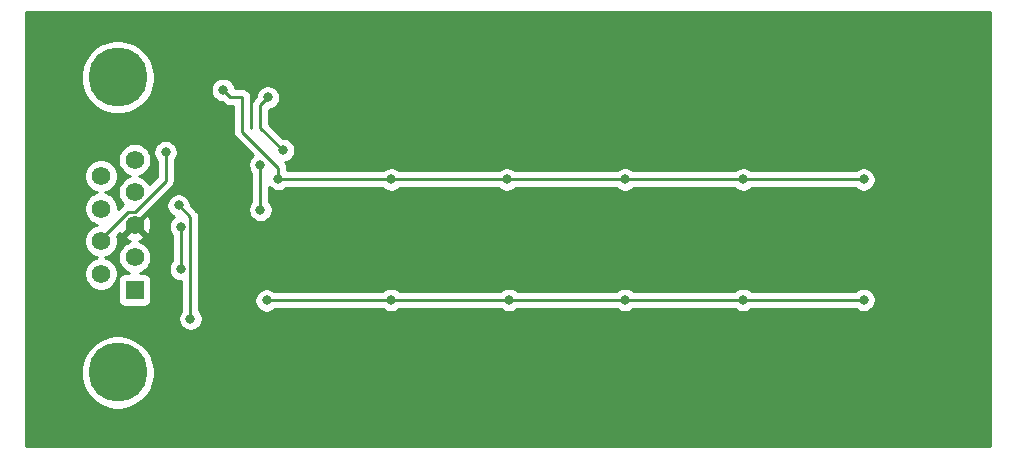
<source format=gbr>
%TF.GenerationSoftware,KiCad,Pcbnew,(5.1.10)-1*%
%TF.CreationDate,2022-05-16T12:08:25-06:00*%
%TF.ProjectId,Swapper01,53776170-7065-4723-9031-2e6b69636164,rev?*%
%TF.SameCoordinates,Original*%
%TF.FileFunction,Copper,L2,Bot*%
%TF.FilePolarity,Positive*%
%FSLAX46Y46*%
G04 Gerber Fmt 4.6, Leading zero omitted, Abs format (unit mm)*
G04 Created by KiCad (PCBNEW (5.1.10)-1) date 2022-05-16 12:08:25*
%MOMM*%
%LPD*%
G01*
G04 APERTURE LIST*
%TA.AperFunction,ComponentPad*%
%ADD10C,5.000000*%
%TD*%
%TA.AperFunction,ComponentPad*%
%ADD11C,1.575000*%
%TD*%
%TA.AperFunction,ComponentPad*%
%ADD12R,1.575000X1.575000*%
%TD*%
%TA.AperFunction,ViaPad*%
%ADD13C,0.800000*%
%TD*%
%TA.AperFunction,Conductor*%
%ADD14C,0.250000*%
%TD*%
%TA.AperFunction,Conductor*%
%ADD15C,0.254000*%
%TD*%
%TA.AperFunction,Conductor*%
%ADD16C,0.100000*%
%TD*%
G04 APERTURE END LIST*
D10*
%TO.P,J1,0*%
%TO.N,N/C*%
X-2540000Y-6150000D03*
D11*
%TO.P,J1,9*%
%TO.N,/V-_2*%
X-3960000Y10490000D03*
%TO.P,J1,8*%
%TO.N,/V+_2*%
X-3960000Y7730000D03*
%TO.P,J1,7*%
%TO.N,/V-*%
X-3960000Y4970000D03*
%TO.P,J1,6*%
%TO.N,/V+*%
X-3960000Y2210000D03*
%TO.P,J1,5*%
%TO.N,/I-_2*%
X-1120000Y11870000D03*
%TO.P,J1,4*%
%TO.N,/I+_2*%
X-1120000Y9110000D03*
%TO.P,J1,2*%
%TO.N,/I-*%
X-1120000Y3590000D03*
D12*
%TO.P,J1,1*%
%TO.N,/I+*%
X-1120000Y830000D03*
D10*
%TO.P,J1,0*%
%TO.N,N/C*%
X-2540000Y18850000D03*
D11*
%TO.P,J1,3*%
%TO.N,GNDS*%
X-1120000Y6350000D03*
%TD*%
D13*
%TO.N,/I-*%
X2800000Y2600000D03*
X2800000Y6200000D03*
%TO.N,/V-*%
X1500000Y12500000D03*
%TO.N,/V+_2*%
X2600000Y8000000D03*
X3600000Y-1600000D03*
%TO.N,/I_in*%
X20600000Y0D03*
X30600000Y0D03*
X40400000Y0D03*
X50400000Y0D03*
X60600000Y0D03*
X10050000Y-50000D03*
X9525000Y7620000D03*
X9525000Y11430000D03*
X11430000Y12675000D03*
X10160000Y17145000D03*
%TO.N,/I_out*%
X60600000Y10200000D03*
X50400000Y10200000D03*
X40400000Y10200000D03*
X30400000Y10200000D03*
X20600000Y10200000D03*
X11050000Y10250000D03*
X6350000Y17780000D03*
%TD*%
D14*
%TO.N,/I-*%
X2800000Y2600000D02*
X2800000Y6200000D01*
%TO.N,/V-*%
X-3960000Y5156502D02*
X-3960000Y4970000D01*
X-1654001Y7462501D02*
X-3960000Y5156502D01*
X-1120997Y7462501D02*
X-1654001Y7462501D01*
X1500000Y10083498D02*
X-1120997Y7462501D01*
X1500000Y12500000D02*
X1500000Y10083498D01*
%TO.N,/V+_2*%
X3600000Y7000000D02*
X3600000Y-1600000D01*
X2600000Y8000000D02*
X3600000Y7000000D01*
%TO.N,/I_in*%
X20550000Y-50000D02*
X20600000Y0D01*
X10050000Y-50000D02*
X20550000Y-50000D01*
X20600000Y0D02*
X30600000Y0D01*
X30600000Y0D02*
X40400000Y0D01*
X40400000Y0D02*
X50400000Y0D01*
X50400000Y0D02*
X60600000Y0D01*
X9525000Y7620000D02*
X9525000Y11430000D01*
X11430000Y12675000D02*
X9525000Y14580000D01*
X9525000Y16510000D02*
X10160000Y17145000D01*
X9525000Y14580000D02*
X9525000Y16510000D01*
%TO.N,/I_out*%
X60600000Y10200000D02*
X50400000Y10200000D01*
X50400000Y10200000D02*
X40400000Y10200000D01*
X40400000Y10200000D02*
X30400000Y10200000D01*
X20600000Y10200000D02*
X30400000Y10200000D01*
X11100000Y10200000D02*
X11050000Y10250000D01*
X20600000Y10200000D02*
X11100000Y10200000D01*
X11050000Y10250000D02*
X11050000Y11175000D01*
X8000001Y14224999D02*
X8000001Y17145000D01*
X11050000Y11175000D02*
X8000001Y14224999D01*
X8000001Y17145000D02*
X6985000Y17145000D01*
X6985000Y17145000D02*
X6350000Y17780000D01*
%TD*%
D15*
%TO.N,GNDS*%
X71340001Y-12340000D02*
X-10340000Y-12340000D01*
X-10340000Y-5841229D01*
X-5675000Y-5841229D01*
X-5675000Y-6458771D01*
X-5554524Y-7064446D01*
X-5318201Y-7634979D01*
X-4975114Y-8148446D01*
X-4538446Y-8585114D01*
X-4024979Y-8928201D01*
X-3454446Y-9164524D01*
X-2848771Y-9285000D01*
X-2231229Y-9285000D01*
X-1625554Y-9164524D01*
X-1055021Y-8928201D01*
X-541554Y-8585114D01*
X-104886Y-8148446D01*
X238201Y-7634979D01*
X474524Y-7064446D01*
X595000Y-6458771D01*
X595000Y-5841229D01*
X474524Y-5235554D01*
X238201Y-4665021D01*
X-104886Y-4151554D01*
X-541554Y-3714886D01*
X-1055021Y-3371799D01*
X-1625554Y-3135476D01*
X-2231229Y-3015000D01*
X-2848771Y-3015000D01*
X-3454446Y-3135476D01*
X-4024979Y-3371799D01*
X-4538446Y-3714886D01*
X-4975114Y-4151554D01*
X-5318201Y-4665021D01*
X-5554524Y-5235554D01*
X-5675000Y-5841229D01*
X-10340000Y-5841229D01*
X-10340000Y10630104D01*
X-5382500Y10630104D01*
X-5382500Y10349896D01*
X-5327834Y10075072D01*
X-5220603Y9816194D01*
X-5064928Y9583209D01*
X-4866791Y9385072D01*
X-4633806Y9229397D01*
X-4374928Y9122166D01*
X-4313766Y9110000D01*
X-4374928Y9097834D01*
X-4633806Y8990603D01*
X-4866791Y8834928D01*
X-5064928Y8636791D01*
X-5220603Y8403806D01*
X-5327834Y8144928D01*
X-5382500Y7870104D01*
X-5382500Y7589896D01*
X-5327834Y7315072D01*
X-5220603Y7056194D01*
X-5064928Y6823209D01*
X-4866791Y6625072D01*
X-4633806Y6469397D01*
X-4374928Y6362166D01*
X-4313766Y6350000D01*
X-4374928Y6337834D01*
X-4633806Y6230603D01*
X-4866791Y6074928D01*
X-5064928Y5876791D01*
X-5220603Y5643806D01*
X-5327834Y5384928D01*
X-5382500Y5110104D01*
X-5382500Y4829896D01*
X-5327834Y4555072D01*
X-5220603Y4296194D01*
X-5064928Y4063209D01*
X-4866791Y3865072D01*
X-4633806Y3709397D01*
X-4374928Y3602166D01*
X-4313766Y3590000D01*
X-4374928Y3577834D01*
X-4633806Y3470603D01*
X-4866791Y3314928D01*
X-5064928Y3116791D01*
X-5220603Y2883806D01*
X-5327834Y2624928D01*
X-5382500Y2350104D01*
X-5382500Y2069896D01*
X-5327834Y1795072D01*
X-5220603Y1536194D01*
X-5064928Y1303209D01*
X-4866791Y1105072D01*
X-4633806Y949397D01*
X-4374928Y842166D01*
X-4100104Y787500D01*
X-3819896Y787500D01*
X-3545072Y842166D01*
X-3286194Y949397D01*
X-3053209Y1105072D01*
X-2855072Y1303209D01*
X-2699397Y1536194D01*
X-2665719Y1617500D01*
X-2545572Y1617500D01*
X-2545572Y42500D01*
X-2533312Y-81982D01*
X-2497002Y-201680D01*
X-2438037Y-311994D01*
X-2358685Y-408685D01*
X-2261994Y-488037D01*
X-2151680Y-547002D01*
X-2031982Y-583312D01*
X-1907500Y-595572D01*
X-332500Y-595572D01*
X-208018Y-583312D01*
X-88320Y-547002D01*
X21994Y-488037D01*
X118685Y-408685D01*
X198037Y-311994D01*
X257002Y-201680D01*
X293312Y-81982D01*
X305572Y42500D01*
X305572Y1617500D01*
X293312Y1741982D01*
X257002Y1861680D01*
X198037Y1971994D01*
X118685Y2068685D01*
X21994Y2148037D01*
X-88320Y2207002D01*
X-208018Y2243312D01*
X-332500Y2255572D01*
X-624423Y2255572D01*
X-446194Y2329397D01*
X-213209Y2485072D01*
X-15072Y2683209D01*
X140603Y2916194D01*
X247834Y3175072D01*
X302500Y3449896D01*
X302500Y3730104D01*
X247834Y4004928D01*
X140603Y4263806D01*
X-15072Y4496791D01*
X-213209Y4694928D01*
X-446194Y4850603D01*
X-705072Y4957834D01*
X-758478Y4968457D01*
X-508072Y5058226D01*
X-385898Y5123530D01*
X-315829Y5366224D01*
X-1120000Y6170395D01*
X-1924171Y5366224D01*
X-1854102Y5123530D01*
X-1600724Y5003879D01*
X-1468952Y4970957D01*
X-1534928Y4957834D01*
X-1793806Y4850603D01*
X-2026791Y4694928D01*
X-2224928Y4496791D01*
X-2380603Y4263806D01*
X-2487834Y4004928D01*
X-2542500Y3730104D01*
X-2542500Y3449896D01*
X-2487834Y3175072D01*
X-2380603Y2916194D01*
X-2224928Y2683209D01*
X-2026791Y2485072D01*
X-1793806Y2329397D01*
X-1615577Y2255572D01*
X-1907500Y2255572D01*
X-2031982Y2243312D01*
X-2151680Y2207002D01*
X-2261994Y2148037D01*
X-2358685Y2068685D01*
X-2438037Y1971994D01*
X-2497002Y1861680D01*
X-2533312Y1741982D01*
X-2545572Y1617500D01*
X-2665719Y1617500D01*
X-2592166Y1795072D01*
X-2537500Y2069896D01*
X-2537500Y2350104D01*
X-2592166Y2624928D01*
X-2699397Y2883806D01*
X-2855072Y3116791D01*
X-3053209Y3314928D01*
X-3286194Y3470603D01*
X-3545072Y3577834D01*
X-3606234Y3590000D01*
X-3545072Y3602166D01*
X-3286194Y3709397D01*
X-3053209Y3865072D01*
X-2855072Y4063209D01*
X-2699397Y4296194D01*
X-2592166Y4555072D01*
X-2537500Y4829896D01*
X-2537500Y5110104D01*
X-2592166Y5384928D01*
X-2611089Y5430612D01*
X-2374104Y5667597D01*
X-2346470Y5615898D01*
X-2103776Y5545829D01*
X-1299605Y6350000D01*
X-940395Y6350000D01*
X-136224Y5545829D01*
X106470Y5615898D01*
X226121Y5869276D01*
X294040Y6141128D01*
X307619Y6421008D01*
X266334Y6698157D01*
X171774Y6961928D01*
X106470Y7084102D01*
X-136224Y7154171D01*
X-940395Y6350000D01*
X-1299605Y6350000D01*
X-1313748Y6364143D01*
X-1134143Y6543748D01*
X-1120000Y6529605D01*
X-920474Y6729131D01*
X-828750Y6756955D01*
X-696721Y6827527D01*
X-580996Y6922500D01*
X-557193Y6951504D01*
X593242Y8101939D01*
X1565000Y8101939D01*
X1565000Y7898061D01*
X1604774Y7698102D01*
X1682795Y7509744D01*
X1796063Y7340226D01*
X1940226Y7196063D01*
X2109744Y7082795D01*
X2201416Y7044823D01*
X2140226Y7003937D01*
X1996063Y6859774D01*
X1882795Y6690256D01*
X1804774Y6501898D01*
X1765000Y6301939D01*
X1765000Y6098061D01*
X1804774Y5898102D01*
X1882795Y5709744D01*
X1996063Y5540226D01*
X2040001Y5496288D01*
X2040000Y3303711D01*
X1996063Y3259774D01*
X1882795Y3090256D01*
X1804774Y2901898D01*
X1765000Y2701939D01*
X1765000Y2498061D01*
X1804774Y2298102D01*
X1882795Y2109744D01*
X1996063Y1940226D01*
X2140226Y1796063D01*
X2309744Y1682795D01*
X2498102Y1604774D01*
X2698061Y1565000D01*
X2840001Y1565000D01*
X2840001Y-896288D01*
X2796063Y-940226D01*
X2682795Y-1109744D01*
X2604774Y-1298102D01*
X2565000Y-1498061D01*
X2565000Y-1701939D01*
X2604774Y-1901898D01*
X2682795Y-2090256D01*
X2796063Y-2259774D01*
X2940226Y-2403937D01*
X3109744Y-2517205D01*
X3298102Y-2595226D01*
X3498061Y-2635000D01*
X3701939Y-2635000D01*
X3901898Y-2595226D01*
X4090256Y-2517205D01*
X4259774Y-2403937D01*
X4403937Y-2259774D01*
X4517205Y-2090256D01*
X4595226Y-1901898D01*
X4635000Y-1701939D01*
X4635000Y-1498061D01*
X4595226Y-1298102D01*
X4517205Y-1109744D01*
X4403937Y-940226D01*
X4360000Y-896289D01*
X4360000Y51939D01*
X9015000Y51939D01*
X9015000Y-151939D01*
X9054774Y-351898D01*
X9132795Y-540256D01*
X9246063Y-709774D01*
X9390226Y-853937D01*
X9559744Y-967205D01*
X9748102Y-1045226D01*
X9948061Y-1085000D01*
X10151939Y-1085000D01*
X10351898Y-1045226D01*
X10540256Y-967205D01*
X10709774Y-853937D01*
X10753711Y-810000D01*
X19949300Y-810000D01*
X20109744Y-917205D01*
X20298102Y-995226D01*
X20498061Y-1035000D01*
X20701939Y-1035000D01*
X20901898Y-995226D01*
X21090256Y-917205D01*
X21259774Y-803937D01*
X21303711Y-760000D01*
X29896289Y-760000D01*
X29940226Y-803937D01*
X30109744Y-917205D01*
X30298102Y-995226D01*
X30498061Y-1035000D01*
X30701939Y-1035000D01*
X30901898Y-995226D01*
X31090256Y-917205D01*
X31259774Y-803937D01*
X31303711Y-760000D01*
X39696289Y-760000D01*
X39740226Y-803937D01*
X39909744Y-917205D01*
X40098102Y-995226D01*
X40298061Y-1035000D01*
X40501939Y-1035000D01*
X40701898Y-995226D01*
X40890256Y-917205D01*
X41059774Y-803937D01*
X41103711Y-760000D01*
X49696289Y-760000D01*
X49740226Y-803937D01*
X49909744Y-917205D01*
X50098102Y-995226D01*
X50298061Y-1035000D01*
X50501939Y-1035000D01*
X50701898Y-995226D01*
X50890256Y-917205D01*
X51059774Y-803937D01*
X51103711Y-760000D01*
X59896289Y-760000D01*
X59940226Y-803937D01*
X60109744Y-917205D01*
X60298102Y-995226D01*
X60498061Y-1035000D01*
X60701939Y-1035000D01*
X60901898Y-995226D01*
X61090256Y-917205D01*
X61259774Y-803937D01*
X61403937Y-659774D01*
X61517205Y-490256D01*
X61595226Y-301898D01*
X61635000Y-101939D01*
X61635000Y101939D01*
X61595226Y301898D01*
X61517205Y490256D01*
X61403937Y659774D01*
X61259774Y803937D01*
X61090256Y917205D01*
X60901898Y995226D01*
X60701939Y1035000D01*
X60498061Y1035000D01*
X60298102Y995226D01*
X60109744Y917205D01*
X59940226Y803937D01*
X59896289Y760000D01*
X51103711Y760000D01*
X51059774Y803937D01*
X50890256Y917205D01*
X50701898Y995226D01*
X50501939Y1035000D01*
X50298061Y1035000D01*
X50098102Y995226D01*
X49909744Y917205D01*
X49740226Y803937D01*
X49696289Y760000D01*
X41103711Y760000D01*
X41059774Y803937D01*
X40890256Y917205D01*
X40701898Y995226D01*
X40501939Y1035000D01*
X40298061Y1035000D01*
X40098102Y995226D01*
X39909744Y917205D01*
X39740226Y803937D01*
X39696289Y760000D01*
X31303711Y760000D01*
X31259774Y803937D01*
X31090256Y917205D01*
X30901898Y995226D01*
X30701939Y1035000D01*
X30498061Y1035000D01*
X30298102Y995226D01*
X30109744Y917205D01*
X29940226Y803937D01*
X29896289Y760000D01*
X21303711Y760000D01*
X21259774Y803937D01*
X21090256Y917205D01*
X20901898Y995226D01*
X20701939Y1035000D01*
X20498061Y1035000D01*
X20298102Y995226D01*
X20109744Y917205D01*
X19940226Y803937D01*
X19846289Y710000D01*
X10753711Y710000D01*
X10709774Y753937D01*
X10540256Y867205D01*
X10351898Y945226D01*
X10151939Y985000D01*
X9948061Y985000D01*
X9748102Y945226D01*
X9559744Y867205D01*
X9390226Y753937D01*
X9246063Y609774D01*
X9132795Y440256D01*
X9054774Y251898D01*
X9015000Y51939D01*
X4360000Y51939D01*
X4360000Y6962667D01*
X4363677Y7000000D01*
X4349003Y7148986D01*
X4305546Y7292247D01*
X4234974Y7424276D01*
X4163799Y7511003D01*
X4140001Y7540001D01*
X4111004Y7563798D01*
X3635000Y8039801D01*
X3635000Y8101939D01*
X3595226Y8301898D01*
X3517205Y8490256D01*
X3403937Y8659774D01*
X3259774Y8803937D01*
X3090256Y8917205D01*
X2901898Y8995226D01*
X2701939Y9035000D01*
X2498061Y9035000D01*
X2298102Y8995226D01*
X2109744Y8917205D01*
X1940226Y8803937D01*
X1796063Y8659774D01*
X1682795Y8490256D01*
X1604774Y8301898D01*
X1565000Y8101939D01*
X593242Y8101939D01*
X2011003Y9519699D01*
X2040001Y9543497D01*
X2134974Y9659222D01*
X2205546Y9791251D01*
X2249003Y9934512D01*
X2260000Y10046165D01*
X2263677Y10083498D01*
X2260000Y10120831D01*
X2260000Y11796289D01*
X2303937Y11840226D01*
X2417205Y12009744D01*
X2495226Y12198102D01*
X2535000Y12398061D01*
X2535000Y12601939D01*
X2495226Y12801898D01*
X2417205Y12990256D01*
X2303937Y13159774D01*
X2159774Y13303937D01*
X1990256Y13417205D01*
X1801898Y13495226D01*
X1601939Y13535000D01*
X1398061Y13535000D01*
X1198102Y13495226D01*
X1009744Y13417205D01*
X840226Y13303937D01*
X696063Y13159774D01*
X582795Y12990256D01*
X504774Y12801898D01*
X465000Y12601939D01*
X465000Y12398061D01*
X504774Y12198102D01*
X582795Y12009744D01*
X696063Y11840226D01*
X740000Y11796289D01*
X740001Y10398301D01*
X134556Y9792856D01*
X-15072Y10016791D01*
X-213209Y10214928D01*
X-446194Y10370603D01*
X-705072Y10477834D01*
X-766234Y10490000D01*
X-705072Y10502166D01*
X-446194Y10609397D01*
X-213209Y10765072D01*
X-15072Y10963209D01*
X140603Y11196194D01*
X247834Y11455072D01*
X302500Y11729896D01*
X302500Y12010104D01*
X247834Y12284928D01*
X140603Y12543806D01*
X-15072Y12776791D01*
X-213209Y12974928D01*
X-446194Y13130603D01*
X-705072Y13237834D01*
X-979896Y13292500D01*
X-1260104Y13292500D01*
X-1534928Y13237834D01*
X-1793806Y13130603D01*
X-2026791Y12974928D01*
X-2224928Y12776791D01*
X-2380603Y12543806D01*
X-2487834Y12284928D01*
X-2542500Y12010104D01*
X-2542500Y11729896D01*
X-2487834Y11455072D01*
X-2380603Y11196194D01*
X-2224928Y10963209D01*
X-2026791Y10765072D01*
X-1793806Y10609397D01*
X-1534928Y10502166D01*
X-1473766Y10490000D01*
X-1534928Y10477834D01*
X-1793806Y10370603D01*
X-2026791Y10214928D01*
X-2224928Y10016791D01*
X-2380603Y9783806D01*
X-2487834Y9524928D01*
X-2542500Y9250104D01*
X-2542500Y8969896D01*
X-2487834Y8695072D01*
X-2380603Y8436194D01*
X-2224928Y8203209D01*
X-2100751Y8079032D01*
X-2161918Y8028833D01*
X-2194002Y8002502D01*
X-2217800Y7973504D01*
X-2537500Y7653804D01*
X-2537500Y7870104D01*
X-2592166Y8144928D01*
X-2699397Y8403806D01*
X-2855072Y8636791D01*
X-3053209Y8834928D01*
X-3286194Y8990603D01*
X-3545072Y9097834D01*
X-3606234Y9110000D01*
X-3545072Y9122166D01*
X-3286194Y9229397D01*
X-3053209Y9385072D01*
X-2855072Y9583209D01*
X-2699397Y9816194D01*
X-2592166Y10075072D01*
X-2537500Y10349896D01*
X-2537500Y10630104D01*
X-2592166Y10904928D01*
X-2699397Y11163806D01*
X-2855072Y11396791D01*
X-3053209Y11594928D01*
X-3286194Y11750603D01*
X-3545072Y11857834D01*
X-3819896Y11912500D01*
X-4100104Y11912500D01*
X-4374928Y11857834D01*
X-4633806Y11750603D01*
X-4866791Y11594928D01*
X-5064928Y11396791D01*
X-5220603Y11163806D01*
X-5327834Y10904928D01*
X-5382500Y10630104D01*
X-10340000Y10630104D01*
X-10340000Y19158771D01*
X-5675000Y19158771D01*
X-5675000Y18541229D01*
X-5554524Y17935554D01*
X-5318201Y17365021D01*
X-4975114Y16851554D01*
X-4538446Y16414886D01*
X-4024979Y16071799D01*
X-3454446Y15835476D01*
X-2848771Y15715000D01*
X-2231229Y15715000D01*
X-1625554Y15835476D01*
X-1055021Y16071799D01*
X-541554Y16414886D01*
X-104886Y16851554D01*
X238201Y17365021D01*
X452315Y17881939D01*
X5315000Y17881939D01*
X5315000Y17678061D01*
X5354774Y17478102D01*
X5432795Y17289744D01*
X5546063Y17120226D01*
X5690226Y16976063D01*
X5859744Y16862795D01*
X6048102Y16784774D01*
X6248061Y16745000D01*
X6310198Y16745000D01*
X6421200Y16633998D01*
X6444999Y16604999D01*
X6473997Y16581201D01*
X6560724Y16510026D01*
X6692753Y16439454D01*
X6836014Y16395997D01*
X6985000Y16381323D01*
X7022333Y16385000D01*
X7240002Y16385000D01*
X7240001Y14262322D01*
X7236325Y14224999D01*
X7240001Y14187677D01*
X7240001Y14187667D01*
X7250998Y14076014D01*
X7290732Y13945026D01*
X7294455Y13932753D01*
X7365027Y13800723D01*
X7404872Y13752173D01*
X7460000Y13684998D01*
X7489004Y13661195D01*
X8895820Y12254379D01*
X8865226Y12233937D01*
X8721063Y12089774D01*
X8607795Y11920256D01*
X8529774Y11731898D01*
X8490000Y11531939D01*
X8490000Y11328061D01*
X8529774Y11128102D01*
X8607795Y10939744D01*
X8721063Y10770226D01*
X8765001Y10726288D01*
X8765000Y8323711D01*
X8721063Y8279774D01*
X8607795Y8110256D01*
X8529774Y7921898D01*
X8490000Y7721939D01*
X8490000Y7518061D01*
X8529774Y7318102D01*
X8607795Y7129744D01*
X8721063Y6960226D01*
X8865226Y6816063D01*
X9034744Y6702795D01*
X9223102Y6624774D01*
X9423061Y6585000D01*
X9626939Y6585000D01*
X9826898Y6624774D01*
X10015256Y6702795D01*
X10184774Y6816063D01*
X10328937Y6960226D01*
X10442205Y7129744D01*
X10520226Y7318102D01*
X10560000Y7518061D01*
X10560000Y7721939D01*
X10520226Y7921898D01*
X10442205Y8110256D01*
X10328937Y8279774D01*
X10285000Y8323711D01*
X10285000Y9551289D01*
X10390226Y9446063D01*
X10559744Y9332795D01*
X10748102Y9254774D01*
X10948061Y9215000D01*
X11151939Y9215000D01*
X11351898Y9254774D01*
X11540256Y9332795D01*
X11700700Y9440000D01*
X19896289Y9440000D01*
X19940226Y9396063D01*
X20109744Y9282795D01*
X20298102Y9204774D01*
X20498061Y9165000D01*
X20701939Y9165000D01*
X20901898Y9204774D01*
X21090256Y9282795D01*
X21259774Y9396063D01*
X21303711Y9440000D01*
X29696289Y9440000D01*
X29740226Y9396063D01*
X29909744Y9282795D01*
X30098102Y9204774D01*
X30298061Y9165000D01*
X30501939Y9165000D01*
X30701898Y9204774D01*
X30890256Y9282795D01*
X31059774Y9396063D01*
X31103711Y9440000D01*
X39696289Y9440000D01*
X39740226Y9396063D01*
X39909744Y9282795D01*
X40098102Y9204774D01*
X40298061Y9165000D01*
X40501939Y9165000D01*
X40701898Y9204774D01*
X40890256Y9282795D01*
X41059774Y9396063D01*
X41103711Y9440000D01*
X49696289Y9440000D01*
X49740226Y9396063D01*
X49909744Y9282795D01*
X50098102Y9204774D01*
X50298061Y9165000D01*
X50501939Y9165000D01*
X50701898Y9204774D01*
X50890256Y9282795D01*
X51059774Y9396063D01*
X51103711Y9440000D01*
X59896289Y9440000D01*
X59940226Y9396063D01*
X60109744Y9282795D01*
X60298102Y9204774D01*
X60498061Y9165000D01*
X60701939Y9165000D01*
X60901898Y9204774D01*
X61090256Y9282795D01*
X61259774Y9396063D01*
X61403937Y9540226D01*
X61517205Y9709744D01*
X61595226Y9898102D01*
X61635000Y10098061D01*
X61635000Y10301939D01*
X61595226Y10501898D01*
X61517205Y10690256D01*
X61403937Y10859774D01*
X61259774Y11003937D01*
X61090256Y11117205D01*
X60901898Y11195226D01*
X60701939Y11235000D01*
X60498061Y11235000D01*
X60298102Y11195226D01*
X60109744Y11117205D01*
X59940226Y11003937D01*
X59896289Y10960000D01*
X51103711Y10960000D01*
X51059774Y11003937D01*
X50890256Y11117205D01*
X50701898Y11195226D01*
X50501939Y11235000D01*
X50298061Y11235000D01*
X50098102Y11195226D01*
X49909744Y11117205D01*
X49740226Y11003937D01*
X49696289Y10960000D01*
X41103711Y10960000D01*
X41059774Y11003937D01*
X40890256Y11117205D01*
X40701898Y11195226D01*
X40501939Y11235000D01*
X40298061Y11235000D01*
X40098102Y11195226D01*
X39909744Y11117205D01*
X39740226Y11003937D01*
X39696289Y10960000D01*
X31103711Y10960000D01*
X31059774Y11003937D01*
X30890256Y11117205D01*
X30701898Y11195226D01*
X30501939Y11235000D01*
X30298061Y11235000D01*
X30098102Y11195226D01*
X29909744Y11117205D01*
X29740226Y11003937D01*
X29696289Y10960000D01*
X21303711Y10960000D01*
X21259774Y11003937D01*
X21090256Y11117205D01*
X20901898Y11195226D01*
X20701939Y11235000D01*
X20498061Y11235000D01*
X20298102Y11195226D01*
X20109744Y11117205D01*
X19940226Y11003937D01*
X19896289Y10960000D01*
X11810000Y10960000D01*
X11810000Y11137677D01*
X11813676Y11175000D01*
X11810000Y11212323D01*
X11810000Y11212333D01*
X11799003Y11323986D01*
X11755546Y11467247D01*
X11720967Y11531939D01*
X11684974Y11599277D01*
X11634767Y11660454D01*
X11731898Y11679774D01*
X11920256Y11757795D01*
X12089774Y11871063D01*
X12233937Y12015226D01*
X12347205Y12184744D01*
X12425226Y12373102D01*
X12465000Y12573061D01*
X12465000Y12776939D01*
X12425226Y12976898D01*
X12347205Y13165256D01*
X12233937Y13334774D01*
X12089774Y13478937D01*
X11920256Y13592205D01*
X11731898Y13670226D01*
X11531939Y13710000D01*
X11469802Y13710000D01*
X10285000Y14894801D01*
X10285000Y16114587D01*
X10461898Y16149774D01*
X10650256Y16227795D01*
X10819774Y16341063D01*
X10963937Y16485226D01*
X11077205Y16654744D01*
X11155226Y16843102D01*
X11195000Y17043061D01*
X11195000Y17246939D01*
X11155226Y17446898D01*
X11077205Y17635256D01*
X10963937Y17804774D01*
X10819774Y17948937D01*
X10650256Y18062205D01*
X10461898Y18140226D01*
X10261939Y18180000D01*
X10058061Y18180000D01*
X9858102Y18140226D01*
X9669744Y18062205D01*
X9500226Y17948937D01*
X9356063Y17804774D01*
X9242795Y17635256D01*
X9164774Y17446898D01*
X9125000Y17246939D01*
X9125000Y17184801D01*
X9013998Y17073799D01*
X8985000Y17050001D01*
X8961202Y17021003D01*
X8961201Y17021002D01*
X8890026Y16934276D01*
X8819454Y16802246D01*
X8775998Y16658985D01*
X8761324Y16510000D01*
X8765001Y16472668D01*
X8765000Y14617323D01*
X8761324Y14580000D01*
X8765000Y14542678D01*
X8765000Y14542668D01*
X8765859Y14533942D01*
X8760001Y14539800D01*
X8760001Y17107667D01*
X8763678Y17145000D01*
X8749004Y17293986D01*
X8705547Y17437247D01*
X8634975Y17569276D01*
X8540002Y17685001D01*
X8424277Y17779974D01*
X8292248Y17850546D01*
X8148987Y17894003D01*
X8037334Y17905000D01*
X8000001Y17908677D01*
X7962668Y17905000D01*
X7380413Y17905000D01*
X7345226Y18081898D01*
X7267205Y18270256D01*
X7153937Y18439774D01*
X7009774Y18583937D01*
X6840256Y18697205D01*
X6651898Y18775226D01*
X6451939Y18815000D01*
X6248061Y18815000D01*
X6048102Y18775226D01*
X5859744Y18697205D01*
X5690226Y18583937D01*
X5546063Y18439774D01*
X5432795Y18270256D01*
X5354774Y18081898D01*
X5315000Y17881939D01*
X452315Y17881939D01*
X474524Y17935554D01*
X595000Y18541229D01*
X595000Y19158771D01*
X474524Y19764446D01*
X238201Y20334979D01*
X-104886Y20848446D01*
X-541554Y21285114D01*
X-1055021Y21628201D01*
X-1625554Y21864524D01*
X-2231229Y21985000D01*
X-2848771Y21985000D01*
X-3454446Y21864524D01*
X-4024979Y21628201D01*
X-4538446Y21285114D01*
X-4975114Y20848446D01*
X-5318201Y20334979D01*
X-5554524Y19764446D01*
X-5675000Y19158771D01*
X-10340000Y19158771D01*
X-10340000Y24340000D01*
X71340000Y24340000D01*
X71340001Y-12340000D01*
%TA.AperFunction,Conductor*%
D16*
G36*
X71340001Y-12340000D02*
G01*
X-10340000Y-12340000D01*
X-10340000Y-5841229D01*
X-5675000Y-5841229D01*
X-5675000Y-6458771D01*
X-5554524Y-7064446D01*
X-5318201Y-7634979D01*
X-4975114Y-8148446D01*
X-4538446Y-8585114D01*
X-4024979Y-8928201D01*
X-3454446Y-9164524D01*
X-2848771Y-9285000D01*
X-2231229Y-9285000D01*
X-1625554Y-9164524D01*
X-1055021Y-8928201D01*
X-541554Y-8585114D01*
X-104886Y-8148446D01*
X238201Y-7634979D01*
X474524Y-7064446D01*
X595000Y-6458771D01*
X595000Y-5841229D01*
X474524Y-5235554D01*
X238201Y-4665021D01*
X-104886Y-4151554D01*
X-541554Y-3714886D01*
X-1055021Y-3371799D01*
X-1625554Y-3135476D01*
X-2231229Y-3015000D01*
X-2848771Y-3015000D01*
X-3454446Y-3135476D01*
X-4024979Y-3371799D01*
X-4538446Y-3714886D01*
X-4975114Y-4151554D01*
X-5318201Y-4665021D01*
X-5554524Y-5235554D01*
X-5675000Y-5841229D01*
X-10340000Y-5841229D01*
X-10340000Y10630104D01*
X-5382500Y10630104D01*
X-5382500Y10349896D01*
X-5327834Y10075072D01*
X-5220603Y9816194D01*
X-5064928Y9583209D01*
X-4866791Y9385072D01*
X-4633806Y9229397D01*
X-4374928Y9122166D01*
X-4313766Y9110000D01*
X-4374928Y9097834D01*
X-4633806Y8990603D01*
X-4866791Y8834928D01*
X-5064928Y8636791D01*
X-5220603Y8403806D01*
X-5327834Y8144928D01*
X-5382500Y7870104D01*
X-5382500Y7589896D01*
X-5327834Y7315072D01*
X-5220603Y7056194D01*
X-5064928Y6823209D01*
X-4866791Y6625072D01*
X-4633806Y6469397D01*
X-4374928Y6362166D01*
X-4313766Y6350000D01*
X-4374928Y6337834D01*
X-4633806Y6230603D01*
X-4866791Y6074928D01*
X-5064928Y5876791D01*
X-5220603Y5643806D01*
X-5327834Y5384928D01*
X-5382500Y5110104D01*
X-5382500Y4829896D01*
X-5327834Y4555072D01*
X-5220603Y4296194D01*
X-5064928Y4063209D01*
X-4866791Y3865072D01*
X-4633806Y3709397D01*
X-4374928Y3602166D01*
X-4313766Y3590000D01*
X-4374928Y3577834D01*
X-4633806Y3470603D01*
X-4866791Y3314928D01*
X-5064928Y3116791D01*
X-5220603Y2883806D01*
X-5327834Y2624928D01*
X-5382500Y2350104D01*
X-5382500Y2069896D01*
X-5327834Y1795072D01*
X-5220603Y1536194D01*
X-5064928Y1303209D01*
X-4866791Y1105072D01*
X-4633806Y949397D01*
X-4374928Y842166D01*
X-4100104Y787500D01*
X-3819896Y787500D01*
X-3545072Y842166D01*
X-3286194Y949397D01*
X-3053209Y1105072D01*
X-2855072Y1303209D01*
X-2699397Y1536194D01*
X-2665719Y1617500D01*
X-2545572Y1617500D01*
X-2545572Y42500D01*
X-2533312Y-81982D01*
X-2497002Y-201680D01*
X-2438037Y-311994D01*
X-2358685Y-408685D01*
X-2261994Y-488037D01*
X-2151680Y-547002D01*
X-2031982Y-583312D01*
X-1907500Y-595572D01*
X-332500Y-595572D01*
X-208018Y-583312D01*
X-88320Y-547002D01*
X21994Y-488037D01*
X118685Y-408685D01*
X198037Y-311994D01*
X257002Y-201680D01*
X293312Y-81982D01*
X305572Y42500D01*
X305572Y1617500D01*
X293312Y1741982D01*
X257002Y1861680D01*
X198037Y1971994D01*
X118685Y2068685D01*
X21994Y2148037D01*
X-88320Y2207002D01*
X-208018Y2243312D01*
X-332500Y2255572D01*
X-624423Y2255572D01*
X-446194Y2329397D01*
X-213209Y2485072D01*
X-15072Y2683209D01*
X140603Y2916194D01*
X247834Y3175072D01*
X302500Y3449896D01*
X302500Y3730104D01*
X247834Y4004928D01*
X140603Y4263806D01*
X-15072Y4496791D01*
X-213209Y4694928D01*
X-446194Y4850603D01*
X-705072Y4957834D01*
X-758478Y4968457D01*
X-508072Y5058226D01*
X-385898Y5123530D01*
X-315829Y5366224D01*
X-1120000Y6170395D01*
X-1924171Y5366224D01*
X-1854102Y5123530D01*
X-1600724Y5003879D01*
X-1468952Y4970957D01*
X-1534928Y4957834D01*
X-1793806Y4850603D01*
X-2026791Y4694928D01*
X-2224928Y4496791D01*
X-2380603Y4263806D01*
X-2487834Y4004928D01*
X-2542500Y3730104D01*
X-2542500Y3449896D01*
X-2487834Y3175072D01*
X-2380603Y2916194D01*
X-2224928Y2683209D01*
X-2026791Y2485072D01*
X-1793806Y2329397D01*
X-1615577Y2255572D01*
X-1907500Y2255572D01*
X-2031982Y2243312D01*
X-2151680Y2207002D01*
X-2261994Y2148037D01*
X-2358685Y2068685D01*
X-2438037Y1971994D01*
X-2497002Y1861680D01*
X-2533312Y1741982D01*
X-2545572Y1617500D01*
X-2665719Y1617500D01*
X-2592166Y1795072D01*
X-2537500Y2069896D01*
X-2537500Y2350104D01*
X-2592166Y2624928D01*
X-2699397Y2883806D01*
X-2855072Y3116791D01*
X-3053209Y3314928D01*
X-3286194Y3470603D01*
X-3545072Y3577834D01*
X-3606234Y3590000D01*
X-3545072Y3602166D01*
X-3286194Y3709397D01*
X-3053209Y3865072D01*
X-2855072Y4063209D01*
X-2699397Y4296194D01*
X-2592166Y4555072D01*
X-2537500Y4829896D01*
X-2537500Y5110104D01*
X-2592166Y5384928D01*
X-2611089Y5430612D01*
X-2374104Y5667597D01*
X-2346470Y5615898D01*
X-2103776Y5545829D01*
X-1299605Y6350000D01*
X-940395Y6350000D01*
X-136224Y5545829D01*
X106470Y5615898D01*
X226121Y5869276D01*
X294040Y6141128D01*
X307619Y6421008D01*
X266334Y6698157D01*
X171774Y6961928D01*
X106470Y7084102D01*
X-136224Y7154171D01*
X-940395Y6350000D01*
X-1299605Y6350000D01*
X-1313748Y6364143D01*
X-1134143Y6543748D01*
X-1120000Y6529605D01*
X-920474Y6729131D01*
X-828750Y6756955D01*
X-696721Y6827527D01*
X-580996Y6922500D01*
X-557193Y6951504D01*
X593242Y8101939D01*
X1565000Y8101939D01*
X1565000Y7898061D01*
X1604774Y7698102D01*
X1682795Y7509744D01*
X1796063Y7340226D01*
X1940226Y7196063D01*
X2109744Y7082795D01*
X2201416Y7044823D01*
X2140226Y7003937D01*
X1996063Y6859774D01*
X1882795Y6690256D01*
X1804774Y6501898D01*
X1765000Y6301939D01*
X1765000Y6098061D01*
X1804774Y5898102D01*
X1882795Y5709744D01*
X1996063Y5540226D01*
X2040001Y5496288D01*
X2040000Y3303711D01*
X1996063Y3259774D01*
X1882795Y3090256D01*
X1804774Y2901898D01*
X1765000Y2701939D01*
X1765000Y2498061D01*
X1804774Y2298102D01*
X1882795Y2109744D01*
X1996063Y1940226D01*
X2140226Y1796063D01*
X2309744Y1682795D01*
X2498102Y1604774D01*
X2698061Y1565000D01*
X2840001Y1565000D01*
X2840001Y-896288D01*
X2796063Y-940226D01*
X2682795Y-1109744D01*
X2604774Y-1298102D01*
X2565000Y-1498061D01*
X2565000Y-1701939D01*
X2604774Y-1901898D01*
X2682795Y-2090256D01*
X2796063Y-2259774D01*
X2940226Y-2403937D01*
X3109744Y-2517205D01*
X3298102Y-2595226D01*
X3498061Y-2635000D01*
X3701939Y-2635000D01*
X3901898Y-2595226D01*
X4090256Y-2517205D01*
X4259774Y-2403937D01*
X4403937Y-2259774D01*
X4517205Y-2090256D01*
X4595226Y-1901898D01*
X4635000Y-1701939D01*
X4635000Y-1498061D01*
X4595226Y-1298102D01*
X4517205Y-1109744D01*
X4403937Y-940226D01*
X4360000Y-896289D01*
X4360000Y51939D01*
X9015000Y51939D01*
X9015000Y-151939D01*
X9054774Y-351898D01*
X9132795Y-540256D01*
X9246063Y-709774D01*
X9390226Y-853937D01*
X9559744Y-967205D01*
X9748102Y-1045226D01*
X9948061Y-1085000D01*
X10151939Y-1085000D01*
X10351898Y-1045226D01*
X10540256Y-967205D01*
X10709774Y-853937D01*
X10753711Y-810000D01*
X19949300Y-810000D01*
X20109744Y-917205D01*
X20298102Y-995226D01*
X20498061Y-1035000D01*
X20701939Y-1035000D01*
X20901898Y-995226D01*
X21090256Y-917205D01*
X21259774Y-803937D01*
X21303711Y-760000D01*
X29896289Y-760000D01*
X29940226Y-803937D01*
X30109744Y-917205D01*
X30298102Y-995226D01*
X30498061Y-1035000D01*
X30701939Y-1035000D01*
X30901898Y-995226D01*
X31090256Y-917205D01*
X31259774Y-803937D01*
X31303711Y-760000D01*
X39696289Y-760000D01*
X39740226Y-803937D01*
X39909744Y-917205D01*
X40098102Y-995226D01*
X40298061Y-1035000D01*
X40501939Y-1035000D01*
X40701898Y-995226D01*
X40890256Y-917205D01*
X41059774Y-803937D01*
X41103711Y-760000D01*
X49696289Y-760000D01*
X49740226Y-803937D01*
X49909744Y-917205D01*
X50098102Y-995226D01*
X50298061Y-1035000D01*
X50501939Y-1035000D01*
X50701898Y-995226D01*
X50890256Y-917205D01*
X51059774Y-803937D01*
X51103711Y-760000D01*
X59896289Y-760000D01*
X59940226Y-803937D01*
X60109744Y-917205D01*
X60298102Y-995226D01*
X60498061Y-1035000D01*
X60701939Y-1035000D01*
X60901898Y-995226D01*
X61090256Y-917205D01*
X61259774Y-803937D01*
X61403937Y-659774D01*
X61517205Y-490256D01*
X61595226Y-301898D01*
X61635000Y-101939D01*
X61635000Y101939D01*
X61595226Y301898D01*
X61517205Y490256D01*
X61403937Y659774D01*
X61259774Y803937D01*
X61090256Y917205D01*
X60901898Y995226D01*
X60701939Y1035000D01*
X60498061Y1035000D01*
X60298102Y995226D01*
X60109744Y917205D01*
X59940226Y803937D01*
X59896289Y760000D01*
X51103711Y760000D01*
X51059774Y803937D01*
X50890256Y917205D01*
X50701898Y995226D01*
X50501939Y1035000D01*
X50298061Y1035000D01*
X50098102Y995226D01*
X49909744Y917205D01*
X49740226Y803937D01*
X49696289Y760000D01*
X41103711Y760000D01*
X41059774Y803937D01*
X40890256Y917205D01*
X40701898Y995226D01*
X40501939Y1035000D01*
X40298061Y1035000D01*
X40098102Y995226D01*
X39909744Y917205D01*
X39740226Y803937D01*
X39696289Y760000D01*
X31303711Y760000D01*
X31259774Y803937D01*
X31090256Y917205D01*
X30901898Y995226D01*
X30701939Y1035000D01*
X30498061Y1035000D01*
X30298102Y995226D01*
X30109744Y917205D01*
X29940226Y803937D01*
X29896289Y760000D01*
X21303711Y760000D01*
X21259774Y803937D01*
X21090256Y917205D01*
X20901898Y995226D01*
X20701939Y1035000D01*
X20498061Y1035000D01*
X20298102Y995226D01*
X20109744Y917205D01*
X19940226Y803937D01*
X19846289Y710000D01*
X10753711Y710000D01*
X10709774Y753937D01*
X10540256Y867205D01*
X10351898Y945226D01*
X10151939Y985000D01*
X9948061Y985000D01*
X9748102Y945226D01*
X9559744Y867205D01*
X9390226Y753937D01*
X9246063Y609774D01*
X9132795Y440256D01*
X9054774Y251898D01*
X9015000Y51939D01*
X4360000Y51939D01*
X4360000Y6962667D01*
X4363677Y7000000D01*
X4349003Y7148986D01*
X4305546Y7292247D01*
X4234974Y7424276D01*
X4163799Y7511003D01*
X4140001Y7540001D01*
X4111004Y7563798D01*
X3635000Y8039801D01*
X3635000Y8101939D01*
X3595226Y8301898D01*
X3517205Y8490256D01*
X3403937Y8659774D01*
X3259774Y8803937D01*
X3090256Y8917205D01*
X2901898Y8995226D01*
X2701939Y9035000D01*
X2498061Y9035000D01*
X2298102Y8995226D01*
X2109744Y8917205D01*
X1940226Y8803937D01*
X1796063Y8659774D01*
X1682795Y8490256D01*
X1604774Y8301898D01*
X1565000Y8101939D01*
X593242Y8101939D01*
X2011003Y9519699D01*
X2040001Y9543497D01*
X2134974Y9659222D01*
X2205546Y9791251D01*
X2249003Y9934512D01*
X2260000Y10046165D01*
X2263677Y10083498D01*
X2260000Y10120831D01*
X2260000Y11796289D01*
X2303937Y11840226D01*
X2417205Y12009744D01*
X2495226Y12198102D01*
X2535000Y12398061D01*
X2535000Y12601939D01*
X2495226Y12801898D01*
X2417205Y12990256D01*
X2303937Y13159774D01*
X2159774Y13303937D01*
X1990256Y13417205D01*
X1801898Y13495226D01*
X1601939Y13535000D01*
X1398061Y13535000D01*
X1198102Y13495226D01*
X1009744Y13417205D01*
X840226Y13303937D01*
X696063Y13159774D01*
X582795Y12990256D01*
X504774Y12801898D01*
X465000Y12601939D01*
X465000Y12398061D01*
X504774Y12198102D01*
X582795Y12009744D01*
X696063Y11840226D01*
X740000Y11796289D01*
X740001Y10398301D01*
X134556Y9792856D01*
X-15072Y10016791D01*
X-213209Y10214928D01*
X-446194Y10370603D01*
X-705072Y10477834D01*
X-766234Y10490000D01*
X-705072Y10502166D01*
X-446194Y10609397D01*
X-213209Y10765072D01*
X-15072Y10963209D01*
X140603Y11196194D01*
X247834Y11455072D01*
X302500Y11729896D01*
X302500Y12010104D01*
X247834Y12284928D01*
X140603Y12543806D01*
X-15072Y12776791D01*
X-213209Y12974928D01*
X-446194Y13130603D01*
X-705072Y13237834D01*
X-979896Y13292500D01*
X-1260104Y13292500D01*
X-1534928Y13237834D01*
X-1793806Y13130603D01*
X-2026791Y12974928D01*
X-2224928Y12776791D01*
X-2380603Y12543806D01*
X-2487834Y12284928D01*
X-2542500Y12010104D01*
X-2542500Y11729896D01*
X-2487834Y11455072D01*
X-2380603Y11196194D01*
X-2224928Y10963209D01*
X-2026791Y10765072D01*
X-1793806Y10609397D01*
X-1534928Y10502166D01*
X-1473766Y10490000D01*
X-1534928Y10477834D01*
X-1793806Y10370603D01*
X-2026791Y10214928D01*
X-2224928Y10016791D01*
X-2380603Y9783806D01*
X-2487834Y9524928D01*
X-2542500Y9250104D01*
X-2542500Y8969896D01*
X-2487834Y8695072D01*
X-2380603Y8436194D01*
X-2224928Y8203209D01*
X-2100751Y8079032D01*
X-2161918Y8028833D01*
X-2194002Y8002502D01*
X-2217800Y7973504D01*
X-2537500Y7653804D01*
X-2537500Y7870104D01*
X-2592166Y8144928D01*
X-2699397Y8403806D01*
X-2855072Y8636791D01*
X-3053209Y8834928D01*
X-3286194Y8990603D01*
X-3545072Y9097834D01*
X-3606234Y9110000D01*
X-3545072Y9122166D01*
X-3286194Y9229397D01*
X-3053209Y9385072D01*
X-2855072Y9583209D01*
X-2699397Y9816194D01*
X-2592166Y10075072D01*
X-2537500Y10349896D01*
X-2537500Y10630104D01*
X-2592166Y10904928D01*
X-2699397Y11163806D01*
X-2855072Y11396791D01*
X-3053209Y11594928D01*
X-3286194Y11750603D01*
X-3545072Y11857834D01*
X-3819896Y11912500D01*
X-4100104Y11912500D01*
X-4374928Y11857834D01*
X-4633806Y11750603D01*
X-4866791Y11594928D01*
X-5064928Y11396791D01*
X-5220603Y11163806D01*
X-5327834Y10904928D01*
X-5382500Y10630104D01*
X-10340000Y10630104D01*
X-10340000Y19158771D01*
X-5675000Y19158771D01*
X-5675000Y18541229D01*
X-5554524Y17935554D01*
X-5318201Y17365021D01*
X-4975114Y16851554D01*
X-4538446Y16414886D01*
X-4024979Y16071799D01*
X-3454446Y15835476D01*
X-2848771Y15715000D01*
X-2231229Y15715000D01*
X-1625554Y15835476D01*
X-1055021Y16071799D01*
X-541554Y16414886D01*
X-104886Y16851554D01*
X238201Y17365021D01*
X452315Y17881939D01*
X5315000Y17881939D01*
X5315000Y17678061D01*
X5354774Y17478102D01*
X5432795Y17289744D01*
X5546063Y17120226D01*
X5690226Y16976063D01*
X5859744Y16862795D01*
X6048102Y16784774D01*
X6248061Y16745000D01*
X6310198Y16745000D01*
X6421200Y16633998D01*
X6444999Y16604999D01*
X6473997Y16581201D01*
X6560724Y16510026D01*
X6692753Y16439454D01*
X6836014Y16395997D01*
X6985000Y16381323D01*
X7022333Y16385000D01*
X7240002Y16385000D01*
X7240001Y14262322D01*
X7236325Y14224999D01*
X7240001Y14187677D01*
X7240001Y14187667D01*
X7250998Y14076014D01*
X7290732Y13945026D01*
X7294455Y13932753D01*
X7365027Y13800723D01*
X7404872Y13752173D01*
X7460000Y13684998D01*
X7489004Y13661195D01*
X8895820Y12254379D01*
X8865226Y12233937D01*
X8721063Y12089774D01*
X8607795Y11920256D01*
X8529774Y11731898D01*
X8490000Y11531939D01*
X8490000Y11328061D01*
X8529774Y11128102D01*
X8607795Y10939744D01*
X8721063Y10770226D01*
X8765001Y10726288D01*
X8765000Y8323711D01*
X8721063Y8279774D01*
X8607795Y8110256D01*
X8529774Y7921898D01*
X8490000Y7721939D01*
X8490000Y7518061D01*
X8529774Y7318102D01*
X8607795Y7129744D01*
X8721063Y6960226D01*
X8865226Y6816063D01*
X9034744Y6702795D01*
X9223102Y6624774D01*
X9423061Y6585000D01*
X9626939Y6585000D01*
X9826898Y6624774D01*
X10015256Y6702795D01*
X10184774Y6816063D01*
X10328937Y6960226D01*
X10442205Y7129744D01*
X10520226Y7318102D01*
X10560000Y7518061D01*
X10560000Y7721939D01*
X10520226Y7921898D01*
X10442205Y8110256D01*
X10328937Y8279774D01*
X10285000Y8323711D01*
X10285000Y9551289D01*
X10390226Y9446063D01*
X10559744Y9332795D01*
X10748102Y9254774D01*
X10948061Y9215000D01*
X11151939Y9215000D01*
X11351898Y9254774D01*
X11540256Y9332795D01*
X11700700Y9440000D01*
X19896289Y9440000D01*
X19940226Y9396063D01*
X20109744Y9282795D01*
X20298102Y9204774D01*
X20498061Y9165000D01*
X20701939Y9165000D01*
X20901898Y9204774D01*
X21090256Y9282795D01*
X21259774Y9396063D01*
X21303711Y9440000D01*
X29696289Y9440000D01*
X29740226Y9396063D01*
X29909744Y9282795D01*
X30098102Y9204774D01*
X30298061Y9165000D01*
X30501939Y9165000D01*
X30701898Y9204774D01*
X30890256Y9282795D01*
X31059774Y9396063D01*
X31103711Y9440000D01*
X39696289Y9440000D01*
X39740226Y9396063D01*
X39909744Y9282795D01*
X40098102Y9204774D01*
X40298061Y9165000D01*
X40501939Y9165000D01*
X40701898Y9204774D01*
X40890256Y9282795D01*
X41059774Y9396063D01*
X41103711Y9440000D01*
X49696289Y9440000D01*
X49740226Y9396063D01*
X49909744Y9282795D01*
X50098102Y9204774D01*
X50298061Y9165000D01*
X50501939Y9165000D01*
X50701898Y9204774D01*
X50890256Y9282795D01*
X51059774Y9396063D01*
X51103711Y9440000D01*
X59896289Y9440000D01*
X59940226Y9396063D01*
X60109744Y9282795D01*
X60298102Y9204774D01*
X60498061Y9165000D01*
X60701939Y9165000D01*
X60901898Y9204774D01*
X61090256Y9282795D01*
X61259774Y9396063D01*
X61403937Y9540226D01*
X61517205Y9709744D01*
X61595226Y9898102D01*
X61635000Y10098061D01*
X61635000Y10301939D01*
X61595226Y10501898D01*
X61517205Y10690256D01*
X61403937Y10859774D01*
X61259774Y11003937D01*
X61090256Y11117205D01*
X60901898Y11195226D01*
X60701939Y11235000D01*
X60498061Y11235000D01*
X60298102Y11195226D01*
X60109744Y11117205D01*
X59940226Y11003937D01*
X59896289Y10960000D01*
X51103711Y10960000D01*
X51059774Y11003937D01*
X50890256Y11117205D01*
X50701898Y11195226D01*
X50501939Y11235000D01*
X50298061Y11235000D01*
X50098102Y11195226D01*
X49909744Y11117205D01*
X49740226Y11003937D01*
X49696289Y10960000D01*
X41103711Y10960000D01*
X41059774Y11003937D01*
X40890256Y11117205D01*
X40701898Y11195226D01*
X40501939Y11235000D01*
X40298061Y11235000D01*
X40098102Y11195226D01*
X39909744Y11117205D01*
X39740226Y11003937D01*
X39696289Y10960000D01*
X31103711Y10960000D01*
X31059774Y11003937D01*
X30890256Y11117205D01*
X30701898Y11195226D01*
X30501939Y11235000D01*
X30298061Y11235000D01*
X30098102Y11195226D01*
X29909744Y11117205D01*
X29740226Y11003937D01*
X29696289Y10960000D01*
X21303711Y10960000D01*
X21259774Y11003937D01*
X21090256Y11117205D01*
X20901898Y11195226D01*
X20701939Y11235000D01*
X20498061Y11235000D01*
X20298102Y11195226D01*
X20109744Y11117205D01*
X19940226Y11003937D01*
X19896289Y10960000D01*
X11810000Y10960000D01*
X11810000Y11137677D01*
X11813676Y11175000D01*
X11810000Y11212323D01*
X11810000Y11212333D01*
X11799003Y11323986D01*
X11755546Y11467247D01*
X11720967Y11531939D01*
X11684974Y11599277D01*
X11634767Y11660454D01*
X11731898Y11679774D01*
X11920256Y11757795D01*
X12089774Y11871063D01*
X12233937Y12015226D01*
X12347205Y12184744D01*
X12425226Y12373102D01*
X12465000Y12573061D01*
X12465000Y12776939D01*
X12425226Y12976898D01*
X12347205Y13165256D01*
X12233937Y13334774D01*
X12089774Y13478937D01*
X11920256Y13592205D01*
X11731898Y13670226D01*
X11531939Y13710000D01*
X11469802Y13710000D01*
X10285000Y14894801D01*
X10285000Y16114587D01*
X10461898Y16149774D01*
X10650256Y16227795D01*
X10819774Y16341063D01*
X10963937Y16485226D01*
X11077205Y16654744D01*
X11155226Y16843102D01*
X11195000Y17043061D01*
X11195000Y17246939D01*
X11155226Y17446898D01*
X11077205Y17635256D01*
X10963937Y17804774D01*
X10819774Y17948937D01*
X10650256Y18062205D01*
X10461898Y18140226D01*
X10261939Y18180000D01*
X10058061Y18180000D01*
X9858102Y18140226D01*
X9669744Y18062205D01*
X9500226Y17948937D01*
X9356063Y17804774D01*
X9242795Y17635256D01*
X9164774Y17446898D01*
X9125000Y17246939D01*
X9125000Y17184801D01*
X9013998Y17073799D01*
X8985000Y17050001D01*
X8961202Y17021003D01*
X8961201Y17021002D01*
X8890026Y16934276D01*
X8819454Y16802246D01*
X8775998Y16658985D01*
X8761324Y16510000D01*
X8765001Y16472668D01*
X8765000Y14617323D01*
X8761324Y14580000D01*
X8765000Y14542678D01*
X8765000Y14542668D01*
X8765859Y14533942D01*
X8760001Y14539800D01*
X8760001Y17107667D01*
X8763678Y17145000D01*
X8749004Y17293986D01*
X8705547Y17437247D01*
X8634975Y17569276D01*
X8540002Y17685001D01*
X8424277Y17779974D01*
X8292248Y17850546D01*
X8148987Y17894003D01*
X8037334Y17905000D01*
X8000001Y17908677D01*
X7962668Y17905000D01*
X7380413Y17905000D01*
X7345226Y18081898D01*
X7267205Y18270256D01*
X7153937Y18439774D01*
X7009774Y18583937D01*
X6840256Y18697205D01*
X6651898Y18775226D01*
X6451939Y18815000D01*
X6248061Y18815000D01*
X6048102Y18775226D01*
X5859744Y18697205D01*
X5690226Y18583937D01*
X5546063Y18439774D01*
X5432795Y18270256D01*
X5354774Y18081898D01*
X5315000Y17881939D01*
X452315Y17881939D01*
X474524Y17935554D01*
X595000Y18541229D01*
X595000Y19158771D01*
X474524Y19764446D01*
X238201Y20334979D01*
X-104886Y20848446D01*
X-541554Y21285114D01*
X-1055021Y21628201D01*
X-1625554Y21864524D01*
X-2231229Y21985000D01*
X-2848771Y21985000D01*
X-3454446Y21864524D01*
X-4024979Y21628201D01*
X-4538446Y21285114D01*
X-4975114Y20848446D01*
X-5318201Y20334979D01*
X-5554524Y19764446D01*
X-5675000Y19158771D01*
X-10340000Y19158771D01*
X-10340000Y24340000D01*
X71340000Y24340000D01*
X71340001Y-12340000D01*
G37*
%TD.AperFunction*%
%TD*%
M02*

</source>
